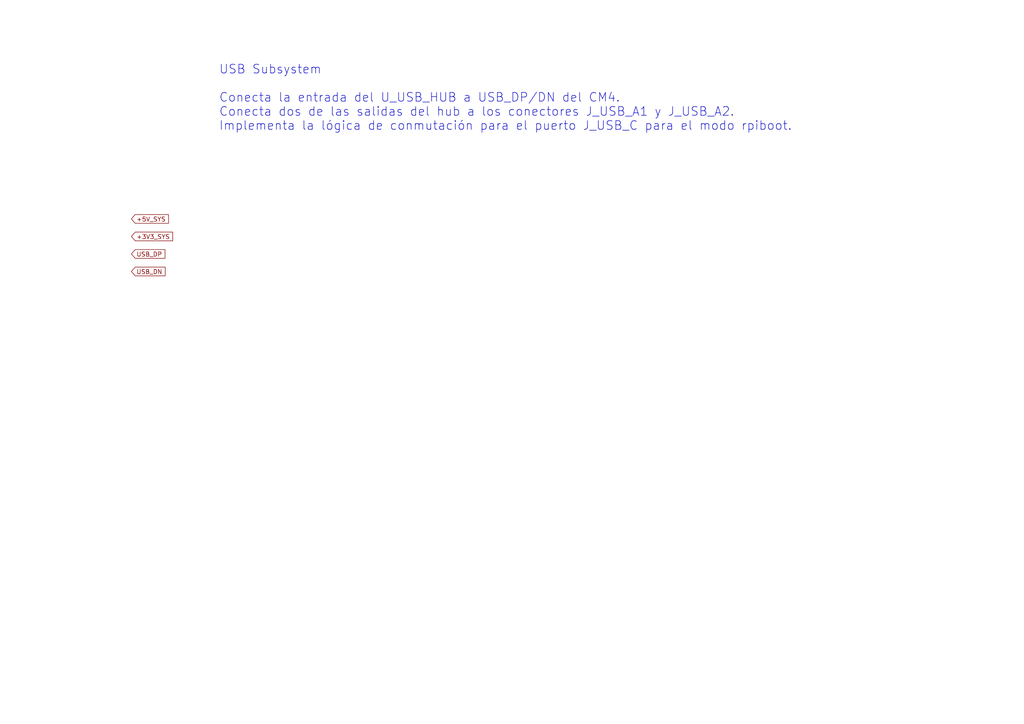
<source format=kicad_sch>
(kicad_sch (version 20230121) (generator eeschema)

  (uuid 00000000-0000-0000-0000-00005f3c1de6)

  (paper "A4")

  (title_block
    (title "CM4 Robotics Controller - USB Subsystem")
    (date "2025-07-03")
    (rev "v1.0")
    (company "Manus AI")
  )

  (lib_symbols)

  (text "USB Subsystem\n\nConecta la entrada del U_USB_HUB a USB_DP/DN del CM4.\nConecta dos de las salidas del hub a los conectores J_USB_A1 y J_USB_A2.\nImplementa la lógica de conmutación para el puerto J_USB_C para el modo rpiboot."
    (at 63.5 38.1 0)
    (effects (font (size 2.54 2.54)) (justify left bottom))
    (uuid 00000000-0000-0000-0000-00005f3c6df1)
  )

  (global_label "+5V_SYS" (shape input) (at 38.1 63.5 0) (fields_autoplaced)
    (effects (font (size 1.27 1.27)) (justify left))
    (uuid 00000000-0000-0000-0000-00005f3c6df2)
    (property "Intersheetrefs" "${INTERSHEET_REFS}" (at 38.1 63.5 0)
      (effects (font (size 1.27 1.27)) hide)
    )
  )

  (global_label "+3V3_SYS" (shape input) (at 38.1 68.58 0) (fields_autoplaced)
    (effects (font (size 1.27 1.27)) (justify left))
    (uuid 00000000-0000-0000-0000-00005f3c6df3)
    (property "Intersheetrefs" "${INTERSHEET_REFS}" (at 38.1 68.58 0)
      (effects (font (size 1.27 1.27)) hide)
    )
  )

  (global_label "USB_DP" (shape input) (at 38.1 73.66 0) (fields_autoplaced)
    (effects (font (size 1.27 1.27)) (justify left))
    (uuid 00000000-0000-0000-0000-00005f3c6df4)
    (property "Intersheetrefs" "${INTERSHEET_REFS}" (at 38.1 73.66 0)
      (effects (font (size 1.27 1.27)) hide)
    )
  )

  (global_label "USB_DN" (shape input) (at 38.1 78.74 0) (fields_autoplaced)
    (effects (font (size 1.27 1.27)) (justify left))
    (uuid 00000000-0000-0000-0000-00005f3c6df5)
    (property "Intersheetrefs" "${INTERSHEET_REFS}" (at 38.1 78.74 0)
      (effects (font (size 1.27 1.27)) hide)
    )
  )

  (sheet_instances
    (path "/" (page "1"))
  )
)

</source>
